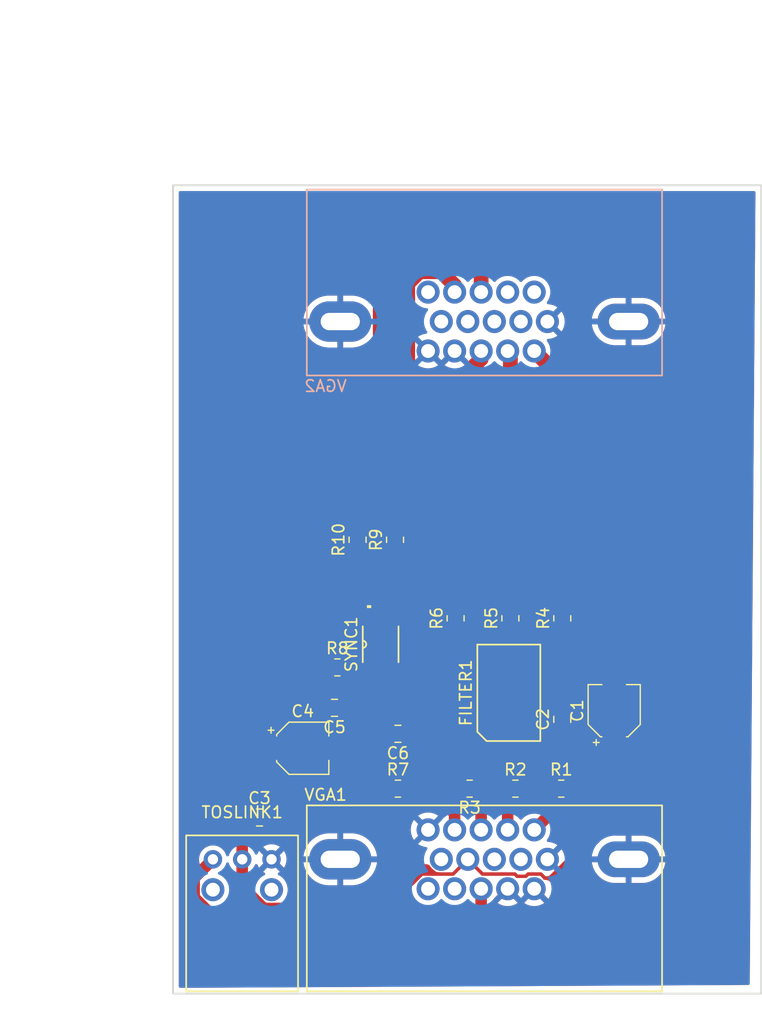
<source format=kicad_pcb>
(kicad_pcb (version 20240108) (generator "pcbnew") (generator_version "8.0")
  (layers (0 "F.Cu" signal) (31 "B.Cu" signal) (35 "F.Paste" user) (36 "B.SilkS" user "B.Silkscreen") (37 "F.SilkS" user "F.Silkscreen") (38 "B.Mask" user) (39 "F.Mask" user) (44 "Edge.Cuts" user))
  (net 0 "")
  (net 1 "GND")
  (net 2 "SPDIF")
  (net 3 "V_SYNC")
  (net 4 "H_SYNC")
  (net 5 "Net-(R4-Pad2)")
  (net 6 "Net-(R5-Pad2)")
  (net 7 "Net-(R6-Pad2)")
  (net 8 "+5V")
  (net 9 "SYNC")
  (net 10 "GREEN")
  (net 11 "BLUE")
  (net 12 "Net-(FILTER1-OUT3)")
  (net 13 "Net-(FILTER1-OUT1)")
  (net 14 "Net-(FILTER1-OUT2)")
  (net 15 "RED")
  (net 21 "Net-(SYNC1-VIN)")
  (net 22 "Net-(SYNC1-REXT)")
  (net 23 "SW1")
  (net 24 "Net-(SYNC1-HS_OUT)")
  (net 25 "Net-(SYNC1-VS_OUT)")
  (footprint "xosvp:LMH1980" (layer "F.Cu") (at 33 55.5 90)
    (property "Reference" "SYNC1" (hide yes))
    (property "Value" "LMH1980")
    (fp_line (start 1.5494 -1.5494) (end -1.5494 -1.5494) (stroke (width 0.1524)) (layer "F.SilkS"))
    (fp_line (start -1.5494 1.5494) (end 1.5494 1.5494) (stroke (width 0.1524)) (layer "F.SilkS"))
    (fp_arc (start 0.3048 -1.5494) (mid 0 -1.2446) (end -0.3048 -1.5494) (stroke (width 0.1524)) (layer "F.SilkS"))
    (fp_poly (pts (xy 3.3909 -1.190501) (xy 3.3909 -0.809501) (xy 3.1369 -0.809501) (xy 3.1369 -1.190501)) (fill solid) (layer "F.SilkS"))
    (fp_text user "SYNC1" (at 0 -2.54 90) (layer "F.SilkS"))
    (pad "1" smd rect (at -2.1971 -1.000001 90) (size 1.3716 0.3302) (layers "F.Cu" "F.Paste" "F.Mask") (net 22 "Net-(SYNC1-REXT)"))
    (pad "2" smd rect (at -2.1971 -0.499999 90) (size 1.3716 0.3302) (layers "F.Cu" "F.Paste" "F.Mask") (net 1 "GND"))
    (pad "3" smd rect (at -2.1971 0 90) (size 1.3716 0.3302) (layers "F.Cu" "F.Paste" "F.Mask") (net 8 "+5V"))
    (pad "4" smd rect (at -2.1971 0.499999 90) (size 1.3716 0.3302) (layers "F.Cu" "F.Paste" "F.Mask") (net 21 "Net-(SYNC1-VIN)"))
    (pad "5" smd rect (at -2.1971 1.000001 90) (size 1.3716 0.3302) (layers "F.Cu" "F.Paste" "F.Mask") (net 1 "GND"))
    (pad "6" smd rect (at 2.1971 1.000001 90) (size 1.3716 0.3302) (layers "F.Cu" "F.Paste" "F.Mask") (net 24 "Net-(SYNC1-HS_OUT)"))
    (pad "7" smd rect (at 2.1971 0.499999 90) (size 1.3716 0.3302) (layers "F.Cu" "F.Paste" "F.Mask") (net 25 "Net-(SYNC1-VS_OUT)"))
    (pad "8" smd rect (at 2.1971 0 90) (size 1.3716 0.3302) (layers "F.Cu" "F.Paste" "F.Mask") (net 1 "GND"))
    (pad "9" smd rect (at 2.1971 -0.499999 90) (size 1.3716 0.3302) (layers "F.Cu" "F.Paste" "F.Mask") (net 1 "GND"))
    (pad "10" smd rect (at 2.1971 -1.000001 90) (size 1.3716 0.3302) (layers "F.Cu" "F.Paste" "F.Mask") (net 1 "GND"))
  )
  (footprint "Resistor_SMD:R_0805_2012Metric" (layer "F.Cu") (at 34.250001 46.4471 90)
    (property "Reference" "R9" (at 0 -1.65 90) (layer "F.SilkS"))
    (property "Value" "100")
    (fp_line (start -0.227064 -0.735) (end 0.227064 -0.735) (stroke (width 0.12)) (layer "F.SilkS"))
    (fp_line (start -0.227064 0.735) (end 0.227064 0.735) (stroke (width 0.12)) (layer "F.SilkS"))
    (pad "1" smd roundrect (at -0.9125 0 90) (size 1.025 1.4) (layers "F.Cu" "F.Paste" "F.Mask") (roundrect_rratio 0.243902) (net 24 "Net-(SYNC1-HS_OUT)"))
    (pad "2" smd roundrect (at 0.9125 0 90) (size 1.025 1.4) (layers "F.Cu" "F.Paste" "F.Mask") (roundrect_rratio 0.243902) (net 4 "H_SYNC"))
  )
  (footprint "Capacitor_SMD:CP_Elec_4x5.8" (layer "F.Cu") (at 26.25 64.5)
    (property "Reference" "C4" (at 0 -3.2 0) (layer "F.SilkS"))
    (property "Value" "10uF")
    (fp_line (start -3 -1.56) (end -2.5 -1.56) (stroke (width 0.12)) (layer "F.SilkS"))
    (fp_line (start -2.75 -1.81) (end -2.75 -1.31) (stroke (width 0.12)) (layer "F.SilkS"))
    (fp_line (start -2.26 -1.195563) (end -2.26 -1.06) (stroke (width 0.12)) (layer "F.SilkS"))
    (fp_line (start -2.26 -1.195563) (end -1.195563 -2.26) (stroke (width 0.12)) (layer "F.SilkS"))
    (fp_line (start -2.26 1.195563) (end -2.26 1.06) (stroke (width 0.12)) (layer "F.SilkS"))
    (fp_line (start -2.26 1.195563) (end -1.195563 2.26) (stroke (width 0.12)) (layer "F.SilkS"))
    (fp_line (start -1.195563 -2.26) (end 2.26 -2.26) (stroke (width 0.12)) (layer "F.SilkS"))
    (fp_line (start -1.195563 2.26) (end 2.26 2.26) (stroke (width 0.12)) (layer "F.SilkS"))
    (fp_line (start 2.26 -2.26) (end 2.26 -1.06) (stroke (width 0.12)) (layer "F.SilkS"))
    (fp_line (start 2.26 2.26) (end 2.26 1.06) (stroke (width 0.12)) (layer "F.SilkS"))
    (pad "1" smd roundrect (at -1.8 0) (size 2.6 1.6) (layers "F.Cu" "F.Paste" "F.Mask") (roundrect_rratio 0.15625) (net 1 "GND"))
    (pad "2" smd roundrect (at 1.8 0) (size 2.6 1.6) (layers "F.Cu" "F.Paste" "F.Mask") (roundrect_rratio 0.15625) (net 8 "+5V"))
  )
  (footprint "xosvp:THS7316" (layer "F.Cu") (at 44.115 59.7 90)
    (property "Reference" "FILTER1" (at 0 -3.73 90) (layer "F.SilkS"))
    (property "Value" "THS7316")
    (fp_line (start 4.175 -2.73) (end 4.175 2.73) (stroke (width 0.15)) (layer "F.SilkS"))
    (fp_line (start -3.375 -2.73) (end 4.175 -2.73) (stroke (width 0.15)) (layer "F.SilkS"))
    (fp_line (start -4.175 -1.93) (end -3.375 -2.73) (stroke (width 0.15)) (layer "F.SilkS"))
    (fp_line (start 4.175 2.73) (end -4.175 2.73) (stroke (width 0.15)) (layer "F.SilkS"))
    (fp_line (start -4.175 2.73) (end -4.175 -1.93) (stroke (width 0.15)) (layer "F.SilkS"))
    (pad "1" smd rect (at -2.8 -1.905) (size 0.65 1.75) (layers "F.Cu" "F.Paste" "F.Mask") (net 11 "BLUE"))
    (pad "2" smd rect (at -2.8 -0.635) (size 0.65 1.75) (layers "F.Cu" "F.Paste" "F.Mask") (net 10 "GREEN"))
    (pad "3" smd rect (at -2.8 0.635) (size 0.65 1.75) (layers "F.Cu" "F.Paste" "F.Mask") (net 15 "RED"))
    (pad "4" smd rect (at -2.8 1.905) (size 0.65 1.75) (layers "F.Cu" "F.Paste" "F.Mask") (net 8 "+5V"))
    (pad "5" smd rect (at 2.8 1.905) (size 0.65 1.75) (layers "F.Cu" "F.Paste" "F.Mask") (net 1 "GND"))
    (pad "6" smd rect (at 2.8 0.635) (size 0.65 1.75) (layers "F.Cu" "F.Paste" "F.Mask") (net 13 "Net-(FILTER1-OUT1)"))
    (pad "7" smd rect (at 2.8 -0.635) (size 0.65 1.75) (layers "F.Cu" "F.Paste" "F.Mask") (net 14 "Net-(FILTER1-OUT2)"))
    (pad "8" smd rect (at 2.8 -1.905) (size 0.65 1.75) (layers "F.Cu" "F.Paste" "F.Mask") (net 12 "Net-(FILTER1-OUT3)"))
  )
  (footprint "Resistor_SMD:R_0805_2012Metric" (layer "F.Cu") (at 44.689375 68)
    (property "Reference" "R2" (at 0 -1.65 0) (layer "F.SilkS"))
    (property "Value" "R75")
    (fp_line (start -0.227064 -0.735) (end 0.227064 -0.735) (stroke (width 0.12)) (layer "F.SilkS"))
    (fp_line (start -0.227064 0.735) (end 0.227064 0.735) (stroke (width 0.12)) (layer "F.SilkS"))
    (pad "1" smd roundrect (at -0.9125 0) (size 1.025 1.4) (layers "F.Cu" "F.Paste" "F.Mask") (roundrect_rratio 0.243902) (net 10 "GREEN"))
    (pad "2" smd roundrect (at 0.9125 0) (size 1.025 1.4) (layers "F.Cu" "F.Paste" "F.Mask") (roundrect_rratio 0.243902) (net 1 "GND"))
  )
  (footprint "Capacitor_SMD:CP_Elec_4x5.8" (layer "F.Cu") (at 53.25 61.25 90)
    (property "Reference" "C1" (at 0 -3.2 90) (layer "F.SilkS"))
    (property "Value" "10uF")
    (fp_line (start 2.26 -2.26) (end 2.26 -1.06) (stroke (width 0.12)) (layer "F.SilkS"))
    (fp_line (start -1.195563 -2.26) (end 2.26 -2.26) (stroke (width 0.12)) (layer "F.SilkS"))
    (fp_line (start -2.75 -1.81) (end -2.75 -1.31) (stroke (width 0.12)) (layer "F.SilkS"))
    (fp_line (start -3 -1.56) (end -2.5 -1.56) (stroke (width 0.12)) (layer "F.SilkS"))
    (fp_line (start -2.26 -1.195563) (end -1.195563 -2.26) (stroke (width 0.12)) (layer "F.SilkS"))
    (fp_line (start -2.26 -1.195563) (end -2.26 -1.06) (stroke (width 0.12)) (layer "F.SilkS"))
    (fp_line (start -2.26 1.195563) (end -2.26 1.06) (stroke (width 0.12)) (layer "F.SilkS"))
    (fp_line (start -2.26 1.195563) (end -1.195563 2.26) (stroke (width 0.12)) (layer "F.SilkS"))
    (fp_line (start 2.26 2.26) (end 2.26 1.06) (stroke (width 0.12)) (layer "F.SilkS"))
    (fp_line (start -1.195563 2.26) (end 2.26 2.26) (stroke (width 0.12)) (layer "F.SilkS"))
    (pad "1" smd roundrect (at -1.8 0 90) (size 2.6 1.6) (layers "F.Cu" "F.Paste" "F.Mask") (roundrect_rratio 0.15625) (net 8 "+5V"))
    (pad "2" smd roundrect (at 1.8 0 90) (size 2.6 1.6) (layers "F.Cu" "F.Paste" "F.Mask") (roundrect_rratio 0.15625) (net 1 "GND"))
  )
  (footprint "Capacitor_SMD:C_0805_2012Metric" (layer "F.Cu") (at 34.5 63.25 180)
    (property "Reference" "C6" (at 0 -1.68 360) (layer "F.SilkS"))
    (property "Value" "0.1uF")
    (fp_line (start -0.261252 0.735) (end 0.261252 0.735) (stroke (width 0.12)) (layer "F.SilkS"))
    (fp_line (start -0.261252 -0.735) (end 0.261252 -0.735) (stroke (width 0.12)) (layer "F.SilkS"))
    (pad "1" smd roundrect (at -0.95 0 180) (size 1 1.45) (layers "F.Cu" "F.Paste" "F.Mask") (net 9 "SYNC"))
    (pad "2" smd roundrect (at 0.95 0 180) (size 1 1.45) (layers "F.Cu" "F.Paste" "F.Mask") (net 21 "Net-(SYNC1-VIN)"))
  )
  (footprint "Resistor_SMD:R_0805_2012Metric" (layer "F.Cu") (at 40.71625 68 180)
    (property "Reference" "R3" (at 0 -1.65 360) (layer "F.SilkS"))
    (property "Value" "R75")
    (fp_line (start -0.227064 0.735) (end 0.227064 0.735) (stroke (width 0.12)) (layer "F.SilkS"))
    (fp_line (start -0.227064 -0.735) (end 0.227064 -0.735) (stroke (width 0.12)) (layer "F.SilkS"))
    (pad "1" smd roundrect (at -0.9125 0 180) (size 1.025 1.4) (layers "F.Cu" "F.Paste" "F.Mask") (roundrect_rratio 0.243902) (net 11 "BLUE"))
    (pad "2" smd roundrect (at 0.9125 0 180) (size 1.025 1.4) (layers "F.Cu" "F.Paste" "F.Mask") (roundrect_rratio 0.243902) (net 1 "GND"))
  )
  (footprint "Resistor_SMD:R_0805_2012Metric" (layer "F.Cu") (at 34.5 68)
    (property "Reference" "R7" (at 0 -1.65 360) (layer "F.SilkS"))
    (property "Value" "R75")
    (fp_line (start -0.227064 -0.735) (end 0.227064 -0.735) (stroke (width 0.12)) (layer "F.SilkS"))
    (fp_line (start -0.227064 0.735) (end 0.227064 0.735) (stroke (width 0.12)) (layer "F.SilkS"))
    (pad "1" smd roundrect (at -0.9125 0) (size 1.025 1.4) (layers "F.Cu" "F.Paste" "F.Mask") (roundrect_rratio 0.243902) (net 1 "GND"))
    (pad "2" smd roundrect (at 0.9125 0) (size 1.025 1.4) (layers "F.Cu" "F.Paste" "F.Mask") (roundrect_rratio 0.243902) (net 9 "SYNC"))
  )
  (footprint "Resistor_SMD:R_0805_2012Metric" (layer "F.Cu") (at 39.5 53.25 90)
    (property "Reference" "R6" (at 0 -1.65 90) (layer "F.SilkS"))
    (property "Value" "R75")
    (fp_line (start -0.227064 -0.735) (end 0.227064 -0.735) (stroke (width 0.12)) (layer "F.SilkS"))
    (fp_line (start -0.227064 0.735) (end 0.227064 0.735) (stroke (width 0.12)) (layer "F.SilkS"))
    (pad "1" smd roundrect (at -0.9125 0 90) (size 1.025 1.4) (layers "F.Cu" "F.Paste" "F.Mask") (roundrect_rratio 0.243902) (net 12 "Net-(FILTER1-OUT3)"))
    (pad "2" smd roundrect (at 0.9125 0 90) (size 1.025 1.4) (layers "F.Cu" "F.Paste" "F.Mask") (roundrect_rratio 0.243902) (net 7 "Net-(R6-Pad2)"))
  )
  (footprint "Resistor_SMD:R_0805_2012Metric" (layer "F.Cu") (at 48.6625 68)
    (property "Reference" "R1" (at 0 -1.65 0) (layer "F.SilkS"))
    (property "Value" "R75")
    (fp_line (start -0.227064 -0.735) (end 0.227064 -0.735) (stroke (width 0.12)) (layer "F.SilkS"))
    (fp_line (start -0.227064 0.735) (end 0.227064 0.735) (stroke (width 0.12)) (layer "F.SilkS"))
    (pad "1" smd roundrect (at -0.9125 0) (size 1.025 1.4) (layers "F.Cu" "F.Paste" "F.Mask") (roundrect_rratio 0.243902) (net 15 "RED"))
    (pad "2" smd roundrect (at 0.9125 0) (size 1.025 1.4) (layers "F.Cu" "F.Paste" "F.Mask") (roundrect_rratio 0.243902) (net 1 "GND"))
  )
  (footprint "Resistor_SMD:R_0805_2012Metric" (layer "F.Cu") (at 31.000001 46.4471 90)
    (property "Reference" "R10" (at 0 -1.65 90) (layer "F.SilkS"))
    (property "Value" "100")
    (fp_line (start -0.227064 -0.735) (end 0.227064 -0.735) (stroke (width 0.12)) (layer "F.SilkS"))
    (fp_line (start -0.227064 0.735) (end 0.227064 0.735) (stroke (width 0.12)) (layer "F.SilkS"))
    (pad "1" smd roundrect (at -0.9125 0 90) (size 1.025 1.4) (layers "F.Cu" "F.Paste" "F.Mask") (roundrect_rratio 0.243902) (net 25 "Net-(SYNC1-VS_OUT)"))
    (pad "2" smd roundrect (at 0.9125 0 90) (size 1.025 1.4) (layers "F.Cu" "F.Paste" "F.Mask") (roundrect_rratio 0.243902) (net 3 "V_SYNC"))
  )
  (footprint "Capacitor_SMD:C_0805_2012Metric" (layer "F.Cu") (at 22.5 70.5)
    (property "Reference" "C3" (at 0 -1.68 0) (layer "F.SilkS"))
    (property "Value" "0.1uF")
    (fp_line (start -0.261252 -0.735) (end 0.261252 -0.735) (stroke (width 0.12)) (layer "F.SilkS"))
    (fp_line (start -0.261252 0.735) (end 0.261252 0.735) (stroke (width 0.12)) (layer "F.SilkS"))
    (pad "1" smd roundrect (at -0.95 0) (size 1 1.45) (layers "F.Cu" "F.Paste" "F.Mask") (net 8 "+5V"))
    (pad "2" smd roundrect (at 0.95 0) (size 1 1.45) (layers "F.Cu" "F.Paste" "F.Mask") (net 1 "GND"))
  )
  (footprint "xosvp:AHDF15A" (layer "F.Cu") (at 42 74.12)
    (property "Reference" "VGA1" (at -13.773 -5.588 0) (layer "F.SilkS"))
    (property "Value" "VGA Connector")
    (fp_line (start -15.4 -4.67) (end -15.4 11.43) (stroke (width 0.15)) (layer "F.SilkS"))
    (fp_line (start -15.4 -4.67) (end 15.4 -4.67) (stroke (width 0.15)) (layer "F.SilkS"))
    (fp_line (start -15.4 11.43) (end 15.4 11.43) (stroke (width 0.15)) (layer "F.SilkS"))
    (fp_line (start 15.4 -4.67) (end 15.4 11.43) (stroke (width 0.15)) (layer "F.SilkS"))
    (pad "0" thru_hole oval (at -12.5 0) (size 5.4 3.5) (drill oval 3.4 1.5) (layers "*.Cu" "*.Mask") (net 1 "GND"))
    (pad "0" thru_hole oval (at 12.5 0) (size 5.4 3.1) (drill oval 3.4 1.5) (layers "*.Cu" "*.Mask") (net 1 "GND"))
    (pad "1" thru_hole circle (at 4.315 -2.55) (size 2 2) (drill 1.2) (layers "*.Cu" "*.Mask") (net 15 "RED"))
    (pad "2" thru_hole circle (at 2.015 -2.55) (size 2 2) (drill 1.2) (layers "*.Cu" "*.Mask") (net 10 "GREEN"))
    (pad "3" thru_hole circle (at -0.285 -2.55) (size 2 2) (drill 1.2) (layers "*.Cu" "*.Mask") (net 11 "BLUE"))
    (pad "4" thru_hole circle (at -2.585 -2.55) (size 2 2) (drill 1.2) (layers "*.Cu" "*.Mask") (net 9 "SYNC"))
    (pad "5" thru_hole circle (at -4.885 -2.55) (size 2 2) (drill 1.2) (layers "*.Cu" "*.Mask") (net 1 "GND"))
    (pad "6" thru_hole circle (at 5.46 0) (size 2 2) (drill 1.2) (layers "*.Cu" "*.Mask") (net 1 "GND"))
    (pad "7" thru_hole circle (at 3.16 0) (size 2 2) (drill 1.2) (layers "*.Cu" "*.Mask") (net 1 "GND"))
    (pad "8" thru_hole circle (at 0.86 0) (size 2 2) (drill 1.2) (layers "*.Cu" "*.Mask") (net 1 "GND"))
    (pad "9" thru_hole circle (at -1.44 0) (size 2 2) (drill 1.2) (layers "*.Cu" "*.Mask") (net 8 "+5V"))
    (pad "10" thru_hole circle (at -3.74 0) (size 2 2) (drill 1.2) (layers "*.Cu" "*.Mask") (net 1 "GND"))
    (pad "11" thru_hole circle (at 4.315 2.55) (size 2 2) (drill 1.2) (layers "*.Cu" "*.Mask") (net 1 "GND"))
    (pad "12" thru_hole circle (at 2.015 2.55) (size 2 2) (drill 1.2) (layers "*.Cu" "*.Mask") (net 1 "GND"))
    (pad "13" thru_hole circle (at -0.285 2.55) (size 2 2) (drill 1.2) (layers "*.Cu" "*.Mask") (net 2 "SPDIF"))
    (pad "14" thru_hole circle (at -2.585 2.55) (size 2 2) (drill 1.2) (layers "*.Cu" "*.Mask") (net 23 "SW1"))
    (pad "15" thru_hole circle (at -4.885 2.55) (size 2 2) (drill 1.2) (layers "*.Cu" "*.Mask") (net 23 "SW1"))
  )
  (footprint "Resistor_SMD:R_0805_2012Metric" (layer "F.Cu") (at 29.25 57.5)
    (property "Reference" "R8" (at 0 -1.65 360) (layer "F.SilkS"))
    (property "Value" "10K")
    (fp_line (start -0.227064 -0.735) (end 0.227064 -0.735) (stroke (width 0.12)) (layer "F.SilkS"))
    (fp_line (start -0.227064 0.735) (end 0.227064 0.735) (stroke (width 0.12)) (layer "F.SilkS"))
    (pad "1" smd roundrect (at -0.9125 0) (size 1.025 1.4) (layers "F.Cu" "F.Paste" "F.Mask") (roundrect_rratio 0.243902) (net 1 "GND"))
    (pad "2" smd roundrect (at 0.9125 0) (size 1.025 1.4) (layers "F.Cu" "F.Paste" "F.Mask") (roundrect_rratio 0.243902) (net 22 "Net-(SYNC1-REXT)"))
  )
  (footprint "Resistor_SMD:R_0805_2012Metric" (layer "F.Cu") (at 44.25 53.25 90)
    (property "Reference" "R5" (at 0 -1.65 90) (layer "F.SilkS"))
    (property "Value" "R75")
    (fp_line (start -0.227064 -0.735) (end 0.227064 -0.735) (stroke (width 0.12)) (layer "F.SilkS"))
    (fp_line (start -0.227064 0.735) (end 0.227064 0.735) (stroke (width 0.12)) (layer "F.SilkS"))
    (pad "1" smd roundrect (at -0.9125 0 90) (size 1.025 1.4) (layers "F.Cu" "F.Paste" "F.Mask") (roundrect_rratio 0.243902) (net 14 "Net-(FILTER1-OUT2)"))
    (pad "2" smd roundrect (at 0.9125 0 90) (size 1.025 1.4) (layers "F.Cu" "F.Paste" "F.Mask") (roundrect_rratio 0.243902) (net 6 "Net-(R5-Pad2)"))
  )
  (footprint "xosvp:PLT133" (layer "F.Cu") (at 21 78.8 180)
    (property "Reference" "TOSLINK1" (at 0 8.75 360) (layer "F.SilkS"))
    (property "Value" "PLT133/T10W")
    (fp_line (start 4.86 6.75) (end -4.84 6.75) (stroke (width 0.15)) (layer "F.SilkS"))
    (fp_line (start 4.86 -6.75) (end 4.86 6.75) (stroke (width 0.15)) (layer "F.SilkS"))
    (fp_line (start -4.84 6.75) (end -4.84 -6.75) (stroke (width 0.15)) (layer "F.SilkS"))
    (fp_line (start -4.84 -6.75) (end 4.86 -6.75) (stroke (width 0.15)) (layer "F.SilkS"))
    (pad "1" thru_hole circle (at -2.54 4.68 180) (size 1.6 1.6) (drill 0.9) (layers "*.Cu" "*.Mask") (net 1 "GND"))
    (pad "2" thru_hole circle (at 0 4.68 180) (size 1.6 1.6) (drill 0.9) (layers "*.Cu" "*.Mask") (net 8 "+5V"))
    (pad "3" thru_hole circle (at 2.54 4.68 180) (size 1.6 1.6) (drill 0.9) (layers "*.Cu" "*.Mask") (net 2 "SPDIF"))
    (pad "4" thru_hole circle (at -2.54 2.05 180) (size 2 2) (drill 1.2) (layers "*.Cu" "*.Mask"))
    (pad "5" thru_hole circle (at 2.54 2.05 180) (size 2 2) (drill 1.2) (layers "*.Cu" "*.Mask"))
  )
  (footprint "Capacitor_SMD:C_0805_2012Metric" (layer "F.Cu") (at 29 61 180)
    (property "Reference" "C5" (at 0 -1.68 360) (layer "F.SilkS"))
    (property "Value" "0.1uF")
    (fp_line (start -0.261252 0.735) (end 0.261252 0.735) (stroke (width 0.12)) (layer "F.SilkS"))
    (fp_line (start -0.261252 -0.735) (end 0.261252 -0.735) (stroke (width 0.12)) (layer "F.SilkS"))
    (pad "1" smd roundrect (at -0.95 0 180) (size 1 1.45) (layers "F.Cu" "F.Paste" "F.Mask") (net 8 "+5V"))
    (pad "2" smd roundrect (at 0.95 0 180) (size 1 1.45) (layers "F.Cu" "F.Paste" "F.Mask") (net 1 "GND"))
  )
  (footprint "Resistor_SMD:R_0805_2012Metric" (layer "F.Cu") (at 48.75 53.25 90)
    (property "Reference" "R4" (at 0 -1.65 90) (layer "F.SilkS"))
    (property "Value" "R75")
    (fp_line (start -0.227064 -0.735) (end 0.227064 -0.735) (stroke (width 0.12)) (layer "F.SilkS"))
    (fp_line (start -0.227064 0.735) (end 0.227064 0.735) (stroke (width 0.12)) (layer "F.SilkS"))
    (pad "1" smd roundrect (at -0.9125 0 90) (size 1.025 1.4) (layers "F.Cu" "F.Paste" "F.Mask") (roundrect_rratio 0.243902) (net 13 "Net-(FILTER1-OUT1)"))
    (pad "2" smd roundrect (at 0.9125 0 90) (size 1.025 1.4) (layers "F.Cu" "F.Paste" "F.Mask") (roundrect_rratio 0.243902) (net 5 "Net-(R4-Pad2)"))
  )
  (footprint "Capacitor_SMD:C_0805_2012Metric" (layer "F.Cu") (at 48.75 62 90)
    (property "Reference" "C2" (at 0 -1.68 90) (layer "F.SilkS"))
    (property "Value" "0.1uF")
    (fp_line (start -0.261252 -0.735) (end 0.261252 -0.735) (stroke (width 0.12)) (layer "F.SilkS"))
    (fp_line (start -0.261252 0.735) (end 0.261252 0.735) (stroke (width 0.12)) (layer "F.SilkS"))
    (pad "1" smd roundrect (at -0.95 0 90) (size 1 1.45) (layers "F.Cu" "F.Paste" "F.Mask") (net 8 "+5V"))
    (pad "2" smd roundrect (at 0.95 0 90) (size 1 1.45) (layers "F.Cu" "F.Paste" "F.Mask") (net 1 "GND"))
  )
  (footprint "xosvp:AHDF15A" (layer "B.Cu") (at 42 27.55)
    (property "Reference" "VGA2" (at -13.773 5.588 0) (layer "B.SilkS") (effects (justify mirror)))
    (property "Value" "DB15_Female_HighDensity_MountingHoles")
    (fp_line (start -15.4 -11.43) (end -15.4 4.67) (stroke (width 0.15)) (layer "B.SilkS"))
    (fp_line (start 15.4 -11.43) (end -15.4 -11.43) (stroke (width 0.15)) (layer "B.SilkS"))
    (fp_line (start 15.4 -11.43) (end 15.4 4.67) (stroke (width 0.15)) (layer "B.SilkS"))
    (fp_line (start 15.4 4.67) (end -15.4 4.67) (stroke (width 0.15)) (layer "B.SilkS"))
    (pad "0" thru_hole oval (at -12.5 0) (size 5.4 3.5) (drill oval 3.4 1.5) (layers "*.Cu" "*.Mask") (net 1 "GND"))
    (pad "0" thru_hole oval (at 12.5 0) (size 5.4 3.1) (drill oval 3.4 1.5) (layers "*.Cu" "*.Mask") (net 1 "GND"))
    (pad "1" thru_hole circle (at 4.315 2.55) (size 2 2) (drill 1.2) (layers "*.Cu" "*.Mask") (net 5 "Net-(R4-Pad2)"))
    (pad "2" thru_hole circle (at 2.015 2.55) (size 2 2) (drill 1.2) (layers "*.Cu" "*.Mask") (net 6 "Net-(R5-Pad2)"))
    (pad "3" thru_hole circle (at -0.285 2.55) (size 2 2) (drill 1.2) (layers "*.Cu" "*.Mask") (net 7 "Net-(R6-Pad2)"))
    (pad "4" thru_hole circle (at -2.585 2.55) (size 2 2) (drill 1.2) (layers "*.Cu" "*.Mask") (net 1 "GND"))
    (pad "5" thru_hole circle (at -4.885 2.55) (size 2 2) (drill 1.2) (layers "*.Cu" "*.Mask") (net 1 "GND"))
    (pad "6" thru_hole circle (at 5.46 0) (size 2 2) (drill 1.2) (layers "*.Cu" "*.Mask") (net 1 "GND"))
    (pad "7" thru_hole circle (at 3.16 0) (size 2 2) (drill 1.2) (layers "*.Cu" "*.Mask") (net 1 "GND"))
    (pad "8" thru_hole circle (at 0.86 0) (size 2 2) (drill 1.2) (layers "*.Cu" "*.Mask") (net 1 "GND"))
    (pad "9" thru_hole circle (at -1.44 0) (size 2 2) (drill 1.2) (layers "*.Cu" "*.Mask") (net 1 "GND"))
    (pad "10" thru_hole circle (at -3.74 0) (size 2 2) (drill 1.2) (layers "*.Cu" "*.Mask") (net 1 "GND"))
    (pad "11" thru_hole circle (at 4.315 -2.55) (size 2 2) (drill 1.2) (layers "*.Cu" "*.Mask"))
    (pad "12" thru_hole circle (at 2.015 -2.55) (size 2 2) (drill 1.2) (layers "*.Cu" "*.Mask"))
    (pad "13" thru_hole circle (at -0.285 -2.55) (size 2 2) (drill 1.2) (layers "*.Cu" "*.Mask") (net 3 "V_SYNC"))
    (pad "14" thru_hole circle (at -2.585 -2.55) (size 2 2) (drill 1.2) (layers "*.Cu" "*.Mask") (net 4 "H_SYNC"))
    (pad "15" thru_hole circle (at -4.885 -2.55) (size 2 2) (drill 1.2) (layers "*.Cu" "*.Mask"))
  )
  (gr_rect (start 15 15.75) (end 66 85.75) (stroke (width 0.15)) (fill none) (layer "Edge.Cuts"))
  (segment (start 18.46 74.12) (end 16.833 75.747) (width 1) (layer "F.Cu") (net 2))
  (segment (start 41.715 79.285) (end 41.715 76.67) (width 1) (layer "F.Cu") (net 2))
  (segment (start 16.833 75.747) (end 16.833 77.423926) (width 1) (layer "F.Cu") (net 2))
  (segment (start 20.159074 80.75) (end 40.25 80.75) (width 1) (layer "F.Cu") (net 2))
  (segment (start 40.25 80.75) (end 41.715 79.285) (width 1) (layer "F.Cu") (net 2))
  (segment (start 16.833 77.423926) (end 20.159074 80.75) (width 1) (layer "F.Cu") (net 2))
  (segment (start 31.000001 45.5346) (end 31.000001 34.999999) (width 1.28) (layer "F.Cu") (net 3))
  (segment (start 32.967 33.033) (end 32.967 23.283) (width 1.28) (layer "F.Cu") (net 3))
  (segment (start 39.75 21.5) (end 41.715 23.465) (width 1.28) (layer "F.Cu") (net 3))
  (segment (start 32.967 23.283) (end 34.75 21.5) (width 1.28) (layer "F.Cu") (net 3))
  (segment (start 41.715 23.465) (end 41.715 25) (width 1.28) (layer "F.Cu") (net 3))
  (segment (start 31.000001 34.999999) (end 32.967 33.033) (width 1.28) (layer "F.Cu") (net 3))
  (segment (start 34.75 21.5) (end 39.75 21.5) (width 1.28) (layer "F.Cu") (net 3))
  (segment (start 34.048 40.142) (end 34.048 39.932) (width 1.28) (layer "F.Cu") (net 4))
  (segment (start 38.233 23.233) (end 39.415 24.415) (width 1.28) (layer "F.Cu") (net 4))
  (segment (start 34.688 39.292) (end 35.348 39.292) (width 1.28) (layer "F.Cu") (net 4))
  (segment (start 35.348 35.914295) (end 35.348 24.268084) (width 1.28) (layer "F.Cu") (net 4))
  (segment (start 34.708 42.272) (end 35.348 42.272) (width 1.28) (layer "F.Cu") (net 4))
  (segment (start 34.250001 45.499999) (end 35.348 44.402) (width 1.28) (layer "F.Cu") (net 4))
  (segment (start 35.348 39.292) (end 35.988 39.292) (width 1.28) (layer "F.Cu") (net 4))
  (segment (start 35.988 39.292) (end 36.008 39.292) (width 1.28) (layer "F.Cu") (net 4))
  (segment (start 39.415 24.415) (end 39.415 25) (width 1.28) (layer "F.Cu") (net 4))
  (segment (start 35.348 37.162) (end 35.348 36.952) (width 1.28) (layer "F.Cu") (net 4))
  (segment (start 34.250001 45.5346) (end 34.250001 45.499999) (width 1.28) (layer "F.Cu") (net 4))
  (segment (start 35.348 36.952) (end 35.348 35.914295) (width 1.28) (layer "F.Cu") (net 4))
  (segment (start 36.383084 23.233) (end 38.233 23.233) (width 1.28) (layer "F.Cu") (net 4))
  (segment (start 34.688 42.272) (end 34.708 42.272) (width 1.28) (layer "F.Cu") (net 4))
  (segment (start 35.348 24.268084) (end 36.383084 23.233) (width 1.28) (layer "F.Cu") (net 4))
  (segment (start 36.648 41.632) (end 36.648 41.422) (width 1.28) (layer "F.Cu") (net 4))
  (segment (start 36.008 40.782) (end 35.348 40.782) (width 1.28) (layer "F.Cu") (net 4))
  (segment (start 36.648 38.652) (end 36.648 38.442) (width 1.28) (layer "F.Cu") (net 4))
  (segment (start 34.708 43.762) (end 34.688 43.762) (width 1.28) (layer "F.Cu") (net 4))
  (segment (start 36.008 37.802) (end 35.988 37.802) (width 1.28) (layer "F.Cu") (net 4))
  (segment (start 35.348 40.782) (end 34.688 40.782) (width 1.28) (layer "F.Cu") (net 4))
  (segment (start 34.048 43.122) (end 34.048 42.912) (width 1.28) (layer "F.Cu") (net 4))
  (segment (start 35.348 42.272) (end 36.008 42.272) (width 1.28) (layer "F.Cu") (net 4))
  (arc (start 36.008 42.272) (mid 36.460548 42.084548) (end 36.648 41.632) (width 1.28) (layer "F.Cu") (net 4))
  (arc (start 36.648 41.422) (mid 36.460548 40.969452) (end 36.008 40.782) (width 1.28) (layer "F.Cu") (net 4))
  (arc (start 35.988 37.802) (mid 35.535452 37.614548) (end 35.348 37.162) (width 1.28) (layer "F.Cu") (net 4))
  (arc (start 36.008 39.292) (mid 36.460548 39.104548) (end 36.648 38.652) (width 1.28) (layer "F.Cu") (net 4))
  (arc (start 36.648 38.442) (mid 36.460548 37.989452) (end 36.008 37.802) (width 1.28) (layer "F.Cu") (net 4))
  (arc (start 34.688 40.782) (mid 34.235452 40.594548) (end 34.048 40.142) (width 1.28) (layer "F.Cu") (net 4))
  (arc (start 34.048 39.932) (mid 34.235452 39.479452) (end 34.688 39.292) (width 1.28) (layer "F.Cu") (net 4))
  (arc (start 35.348 44.402) (mid 35.160548 43.949452) (end 34.708 43.762) (width 1.28) (layer "F.Cu") (net 4))
  (arc (start 34.048 42.912) (mid 34.235452 42.459452) (end 34.688 42.272) (width 1.28) (layer "F.Cu") (net 4))
  (arc (start 34.688 43.762) (mid 34.235452 43.574548) (end 34.048 43.122) (width 1.28) (layer "F.Cu") (net 4))
  (segment (start 49.395 47.503437) (end 48.75 47.503437) (width 1.28) (layer "F.Cu") (net 5))
  (segment (start 48.75 42.463437) (end 49.395 42.463437) (width 1.28) (layer "F.Cu") (net 5))
  (segment (start 48.105 45.823437) (end 48.75 45.823437) (width 1.28) (layer "F.Cu") (net 5))
  (segment (start 48.75 47.503437) (end 48.105 47.503437) (width 1.28) (layer "F.Cu") (net 5))
  (segment (start 48.75 39.748437) (end 48.75 38.480041) (width 1.28) (layer "F.Cu") (net 5))
  (segment (start 49.395 44.143437) (end 48.75 44.143437) (width 1.28) (layer "F.Cu") (net 5))
  (segment (start 48.75 49.183437) (end 49.395 49.183437) (width 1.28) (layer "F.Cu") (net 5))
  (segment (start 48.105 42.463437) (end 48.75 42.463437) (width 1.28) (layer "F.Cu") (net 5))
  (segment (start 50.04 48.538437) (end 50.04 48.148437) (width 1.28) (layer "F.Cu") (net 5))
  (segment (start 47.46 46.858437) (end 47.46 46.468437) (width 1.28) (layer "F.Cu") (net 5))
  (segment (start 47.46 50.218437) (end 47.46 49.828437) (width 1.28) (layer "F.Cu") (net 5))
  (segment (start 47.46 43.498437) (end 47.46 43.108437) (width 1.28) (layer "F.Cu") (net 5))
  (segment (start 48.75 32.535) (end 46.315 30.1) (width 1.28) (layer "F.Cu") (net 5))
  (segment (start 48.105 49.183437) (end 48.75 49.183437) (width 1.28) (layer "F.Cu") (net 5))
  (segment (start 50.04 45.178437) (end 50.04 44.788437) (width 1.28) (layer "F.Cu") (net 5))
  (segment (start 48.75 40.138437) (end 48.75 39.748437) (width 1.28) (layer "F.Cu") (net 5))
  (segment (start 48.75 44.143437) (end 48.105 44.143437) (width 1.28) (layer "F.Cu") (net 5))
  (segment (start 50.04 41.818437) (end 50.04 41.428437) (width 1.28) (layer "F.Cu") (net 5))
  (segment (start 48.75 38.480041) (end 48.75 32.535) (width 1.28) (layer "F.Cu") (net 5))
  (segment (start 48.75 45.823437) (end 49.395 45.823437) (width 1.28) (layer "F.Cu") (net 5))
  (segment (start 48.75 52.3375) (end 48.75 51.508437) (width 1.28) (layer "F.Cu") (net 5))
  (arc (start 50.04 41.428437) (mid 49.851084 40.972353) (end 49.395 40.783437) (width 1.28) (layer "F.Cu") (net 5))
  (arc (start 49.395 45.823437) (mid 49.851084 45.634521) (end 50.04 45.178437) (width 1.28) (layer "F.Cu") (net 5))
  (arc (start 48.105 47.503437) (mid 47.648916 47.314521) (end 47.46 46.858437) (width 1.28) (layer "F.Cu") (net 5))
  (arc (start 48.75 51.508437) (mid 48.561084 51.052353) (end 48.105 50.863437) (width 1.28) (layer "F.Cu") (net 5))
  (arc (start 49.395 49.183437) (mid 49.851084 48.994521) (end 50.04 48.538437) (width 1.28) (layer "F.Cu") (net 5))
  (arc (start 50.04 48.148437) (mid 49.851084 47.692353) (end 49.395 47.503437) (width 1.28) (layer "F.Cu") (net 5))
  (arc (start 47.46 46.468437) (mid 47.648916 46.012353) (end 48.105 45.823437) (width 1.28) (layer "F.Cu") (net 5))
  (arc (start 47.46 43.108437) (mid 47.648916 42.652353) (end 48.105 42.463437) (width 1.28) (layer "F.Cu") (net 5))
  (arc (start 50.04 44.788437) (mid 49.851084 44.332353) (end 49.395 44.143437) (width 1.28) (layer "F.Cu") (net 5))
  (arc (start 49.395 42.463437) (mid 49.851084 42.274521) (end 50.04 41.818437) (width 1.28) (layer "F.Cu") (net 5))
  (arc (start 48.105 50.863437) (mid 47.648916 50.674521) (end 47.46 50.218437) (width 1.28) (layer "F.Cu") (net 5))
  (arc (start 47.46 49.828437) (mid 47.648916 49.372353) (end 48.105 49.183437) (width 1.28) (layer "F.Cu") (net 5))
  (arc (start 49.395 40.783437) (mid 48.938916 40.594521) (end 48.75 40.138437) (width 1.28) (layer "F.Cu") (net 5))
  (arc (start 48.105 44.143437) (mid 47.648916 43.954521) (end 47.46 43.498437) (width 1.28) (layer "F.Cu") (net 5))
  (segment (start 42.84 50.34) (end 42.84 49.91) (width 1.28) (layer "F.Cu") (net 6))
  (segment (start 42.84 42.98) (end 42.84 42.55) (width 1.28) (layer "F.Cu") (net 6))
  (segment (start 44.25 41.845) (end 44.955 41.845) (width 1.28) (layer "F.Cu") (net 6))
  (segment (start 44.25 37.084142) (end 44.25 30.335) (width 1.28) (layer "F.Cu") (net 6))
  (segment (start 45.66 44.82) (end 45.66 44.39) (width 1.28) (layer "F.Cu") (net 6))
  (segment (start 44.955 47.365) (end 44.25 47.365) (width 1.28) (layer "F.Cu") (net 6))
  (segment (start 42.84 46.66) (end 42.84 46.23) (width 1.28) (layer "F.Cu") (net 6))
  (segment (start 44.25 30.335) (end 44.015 30.1) (width 1.28) (layer "F.Cu") (net 6))
  (segment (start 44.25 47.365) (end 43.545 47.365) (width 1.28) (layer "F.Cu") (net 6))
  (segment (start 44.25 39.3) (end 44.25 38.87) (width 1.28) (layer "F.Cu") (net 6))
  (segment (start 45.66 41.14) (end 45.66 40.71) (width 1.28) (layer "F.Cu") (net 6))
  (segment (start 44.25 49.205) (end 44.955 49.205) (width 1.28) (layer "F.Cu") (net 6))
  (segment (start 44.25 43.685) (end 43.545 43.685) (width 1.28) (layer "F.Cu") (net 6))
  (segment (start 44.25 52.3375) (end 44.25 51.75) (width 1.28) (layer "F.Cu") (net 6))
  (segment (start 43.545 49.205) (end 44.25 49.205) (width 1.28) (layer "F.Cu") (net 6))
  (segment (start 44.25 38.87) (end 44.25 37.084142) (width 1.28) (layer "F.Cu") (net 6))
  (segment (start 45.66 48.5) (end 45.66 48.07) (width 1.28) (layer "F.Cu") (net 6))
  (segment (start 43.545 41.845) (end 44.25 41.845) (width 1.28) (layer "F.Cu") (net 6))
  (segment (start 44.25 45.525) (end 44.955 45.525) (width 1.28) (layer "F.Cu") (net 6))
  (segment (start 43.545 45.525) (end 44.25 45.525) (width 1.28) (layer "F.Cu") (net 6))
  (segment (start 44.955 43.685) (end 44.25 43.685) (width 1.28) (layer "F.Cu") (net 6))
  (arc (start 42.84 49.91) (mid 43.04649 49.41149) (end 43.545 49.205) (width 1.28) (layer "F.Cu") (net 6))
  (arc (start 44.955 41.845) (mid 45.45351 41.63851) (end 45.66 41.14) (width 1.28) (layer "F.Cu") (net 6))
  (arc (start 44.955 45.525) (mid 45.45351 45.31851) (end 45.66 44.82) (width 1.28) (layer "F.Cu") (net 6))
  (arc (start 45.66 44.39) (mid 45.45351 43.89149) (end 44.955 43.685) (width 1.28) (layer "F.Cu") (net 6))
  (arc (start 42.84 46.23) (mid 43.04649 45.73149) (end 43.545 45.525) (width 1.28) (layer "F.Cu") (net 6))
  (arc (start 43.545 47.365) (mid 43.04649 47.15851) (end 42.84 46.66) (width 1.28) (layer "F.Cu") (net 6))
  (arc (start 42.84 42.55) (mid 43.04649 42.05149) (end 43.545 41.845) (width 1.28) (layer "F.Cu") (net 6))
  (arc (start 44.25 51.75) (mid 44.04351 51.25149) (end 43.545 51.045) (width 1.28) (layer "F.Cu") (net 6))
  (arc (start 43.545 51.045) (mid 43.04649 50.83851) (end 42.84 50.34) (width 1.28) (layer "F.Cu") (net 6))
  (arc (start 43.545 43.685) (mid 43.04649 43.47851) (end 42.84 42.98) (width 1.28) (layer "F.Cu") (net 6))
  (arc (start 44.955 49.205) (mid 45.45351 48.99851) (end 45.66 48.5) (width 1.28) (layer "F.Cu") (net 6))
  (arc (start 44.955 40.005) (mid 44.45649 39.79851) (end 44.25 39.3) (width 1.28) (layer "F.Cu") (net 6))
  (arc (start 45.66 40.71) (mid 45.45351 40.21149) (end 44.955 40.005) (width 1.28) (layer "F.Cu") (net 6))
  (arc (start 45.66 48.07) (mid 45.45351 47.57149) (end 44.955 47.365) (width 1.28) (layer "F.Cu") (net 6))
  (segment (start 40.87 49.248298) (end 40.87 48.708298) (width 1.28) (layer "F.Cu") (net 7))
  (segment (start 38.815 42.293298) (end 39.5 42.293298) (width 1.28) (layer "F.Cu") (net 7))
  (segment (start 40.87 41.608298) (end 40.87 41.068298) (width 1.28) (layer "F.Cu") (net 7))
  (segment (start 39.5 35.878298) (end 39.5 35.338298) (width 1.28) (layer "F.Cu") (net 7))
  (segment (start 40.87 45.428298) (end 40.87 44.888298) (width 1.28) (layer "F.Cu") (net 7))
  (segment (start 39.5 35.338298) (end 39.5 34.353034) (width 1.28) (layer "F.Cu") (net 7))
  (segment (start 39.5 42.293298) (end 40.185 42.293298) (width 1.28) (layer "F.Cu") (net 7))
  (segment (start 40.87 37.788298) (end 40.87 37.248298) (width 1.28) (layer "F.Cu") (net 7))
  (segment (start 40.185 48.023298) (end 39.5 48.023298) (width 1.28) (layer "F.Cu") (net 7))
  (segment (start 38.13 43.518298) (end 38.13 42.978298) (width 1.28) (layer "F.Cu") (net 7))
  (segment (start 39.5 48.023298) (end 38.815 48.023298) (width 1.28) (layer "F.Cu") (net 7))
  (segment (start 39.5 52.3375) (end 39.5 50.618298) (width 1.28) (layer "F.Cu") (net 7))
  (segment (start 38.815 46.113298) (end 39.5 46.113298) (width 1.28) (layer "F.Cu") (net 7))
  (segment (start 39.5 33) (end 41.715 30.785) (width 1.28) (layer "F.Cu") (net 7))
  (segment (start 39.5 34.353034) (end 39.5 33) (width 1.28) (layer "F.Cu") (net 7))
  (segment (start 41.715 30.785) (end 41.715 30.1) (width 1.28) (layer "F.Cu") (net 7))
  (segment (start 40.185 44.203298) (end 39.5 44.203298) (width 1.28) (layer "F.Cu") (net 7))
  (segment (start 38.13 47.338298) (end 38.13 46.798298) (width 1.28) (layer "F.Cu") (net 7))
  (segment (start 39.5 39.698298) (end 39.5 39.158298) (width 1.28) (layer "F.Cu") (net 7))
  (segment (start 39.5 46.113298) (end 40.185 46.113298) (width 1.28) (layer "F.Cu") (net 7))
  (segment (start 39.5 44.203298) (end 38.815 44.203298) (width 1.28) (layer "F.Cu") (net 7))
  (arc (start 38.13 46.798298) (mid 38.330632 46.31393) (end 38.815 46.113298) (width 1.28) (layer "F.Cu") (net 7))
  (arc (start 40.185 40.383298) (mid 39.700632 40.182666) (end 39.5 39.698298) (width 1.28) (layer "F.Cu") (net 7))
  (arc (start 40.185 46.113298) (mid 40.669368 45.912666) (end 40.87 45.428298) (width 1.28) (layer "F.Cu") (net 7))
  (arc (start 40.87 37.248298) (mid 40.669368 36.76393) (end 40.185 36.563298) (width 1.28) (layer "F.Cu") (net 7))
  (arc (start 40.185 36.563298) (mid 39.700632 36.362666) (end 39.5 35.878298) (width 1.28) (layer "F.Cu") (net 7))
  (arc (start 38.815 44.203298) (mid 38.330632 44.002666) (end 38.13 43.518298) (width 1.28) (layer "F.Cu") (net 7))
  (arc (start 39.5 39.158298) (mid 39.700632 38.67393) (end 40.185 38.473298) (width 1.28) (layer "F.Cu") (net 7))
  (arc (start 40.87 44.888298) (mid 40.669368 44.40393) (end 40.185 44.203298) (width 1.28) (layer "F.Cu") (net 7))
  (arc (start 40.87 48.708298) (mid 40.669368 48.22393) (end 40.185 48.023298) (width 1.28) (layer "F.Cu") (net 7))
  (arc (start 40.185 42.293298) (mid 40.669368 42.092666) (end 40.87 41.608298) (width 1.28) (layer "F.Cu") (net 7))
  (arc (start 40.87 41.068298) (mid 40.669368 40.58393) (end 40.185 40.383298) (width 1.28) (layer "F.Cu") (net 7))
  (arc (start 38.815 48.023298) (mid 38.330632 47.822666) (end 38.13 47.338298) (width 1.28) (layer "F.Cu") (net 7))
  (arc (start 38.13 42.978298) (mid 38.330632 42.49393) (end 38.815 42.293298) (width 1.28) (layer "F.Cu") (net 7))
  (arc (start 39.5 50.618298) (mid 39.700632 50.13393) (end 40.185 49.933298) (width 1.28) (layer "F.Cu") (net 7))
  (arc (start 40.185 38.473298) (mid 40.669368 38.272666) (end 40.87 37.788298) (width 1.28) (layer "F.Cu") (net 7))
  (arc (start 40.185 49.933298) (mid 40.669368 49.732666) (end 40.87 49.248298) (width 1.28) (layer "F.Cu") (net 7))
  (segment (start 48.3 62.5) (end 48.75 62.95) (width 1) (layer "F.Cu") (net 8))
  (segment (start 21 74.12) (end 21 76.510926) (width 1) (layer "F.Cu") (net 8))
  (segment (start 40.56 74.12) (end 41.837 75.397) (width 0.3) (layer "F.Cu") (net 8))
  (segment (start 43.482049 75.397) (end 43.486049 75.393) (width 0.3) (layer "F.Cu") (net 8))
  (segment (start 33.107074 78.377) (end 36.441074 75.043) (width 1) (layer "F.Cu") (net 8))
  (segment (start 44.839524 75.589524) (end 45.589525 75.589524) (width 0.3) (layer "F.Cu") (net 8))
  (segment (start 41.837 75.397) (end 43.482049 75.397) (width 0.3) (layer "F.Cu") (net 8))
  (segment (start 36.441074 75.043) (end 36.882074 75.043) (width 1) (layer "F.Cu") (net 8))
  (segment (start 33 57.6971) (end 33 58.6829) (width 0.3) (layer "F.Cu") (net 8))
  (segment (start 45.786049 75.393) (end 46.893 75.393) (width 0.3) (layer "F.Cu") (net 8))
  (segment (start 53.25 63.05) (end 53.25 70.630926) (width 1) (layer "F.Cu") (net 8))
  (segment (start 44.643 75.393) (end 44.839524 75.589524) (width 0.3) (layer "F.Cu") (net 8))
  (segment (start 47.25 75.75) (end 48.130926 75.75) (width 0.3) (layer "F.Cu") (net 8))
  (segment (start 25.823 65.927) (end 21.55 70.2) (width 1) (layer "F.Cu") (net 8))
  (segment (start 40.56 74.12) (end 39.283 75.397) (width 0.3) (layer "F.Cu") (net 8))
  (segment (start 21.55 70.2) (end 21.55 70.5) (width 1) (layer "F.Cu") (net 8))
  (segment (start 30.6829 61) (end 29.95 61) (width 0.3) (layer "F.Cu") (net 8))
  (segment (start 46.02 62.5) (end 48.3 62.5) (width 1) (layer "F.Cu") (net 8))
  (segment (start 48.75 62.95) (end 53.15 62.95) (width 1) (layer "F.Cu") (net 8))
  (segment (start 21 71.05) (end 21.55 70.5) (width 1) (layer "F.Cu") (net 8))
  (segment (start 39.283 75.397) (end 37.236074 75.397) (width 0.3) (layer "F.Cu") (net 8))
  (segment (start 21 76.510926) (end 22.866074 78.377) (width 1) (layer "F.Cu") (net 8))
  (segment (start 28.05 64.5) (end 26.623 65.927) (width 1) (layer "F.Cu") (net 8))
  (segment (start 53.15 62.95) (end 53.25 63.05) (width 1) (layer "F.Cu") (net 8))
  (segment (start 29.95 62.6) (end 29.95 61) (width 1) (layer "F.Cu") (net 8))
  (segment (start 46.893 75.393) (end 47.25 75.75) (width 0.3) (layer "F.Cu") (net 8))
  (segment (start 22.866074 78.377) (end 33.107074 78.377) (width 1) (layer "F.Cu") (net 8))
  (segment (start 53.25 70.630926) (end 48.130926 75.75) (width 1) (layer "F.Cu") (net 8))
  (segment (start 43.486049 75.393) (end 44.643 75.393) (width 0.3) (layer "F.Cu") (net 8))
  (segment (start 45.589525 75.589524) (end 45.786049 75.393) (width 0.3) (layer "F.Cu") (net 8))
  (segment (start 26.623 65.927) (end 25.823 65.927) (width 1) (layer "F.Cu") (net 8))
  (segment (start 28.05 64.5) (end 29.95 62.6) (width 1) (layer "F.Cu") (net 8))
  (segment (start 33 58.6829) (end 30.6829 61) (width 0.3) (layer "F.Cu") (net 8))
  (segment (start 21 74.12) (end 21 71.05) (width 1) (layer "F.Cu") (net 8))
  (segment (start 35.845 68) (end 35.4125 68) (width 0.25) (layer "F.Cu") (net 9))
  (segment (start 39.415 70.155787) (end 37.259213 68) (width 1) (layer "F.Cu") (net 9))
  (segment (start 37.259213 68) (end 35.4125 68) (width 1) (layer "F.Cu") (net 9))
  (segment (start 39.415 71.57) (end 39.415 70.155787) (width 1) (layer "F.Cu") (net 9))
  (segment (start 35.4125 63.2875) (end 35.45 63.25) (width 1) (layer "F.Cu") (net 9))
  (segment (start 35.4125 68) (end 35.4125 63.2875) (width 1) (layer "F.Cu") (net 9))
  (segment (start 43.48 67.703125) (end 43.48 62.5) (width 1) (layer "F.Cu") (net 10))
  (segment (start 44.015 71.57) (end 44.015 68.238125) (width 1) (layer "F.Cu") (net 10))
  (segment (start 43.776875 68) (end 43.48 67.703125) (width 1) (layer "F.Cu") (net 10))
  (segment (start 44.015 68.238125) (end 43.776875 68) (width 1) (layer "F.Cu") (net 10))
  (segment (start 43.776875 71.331875) (end 44.015 71.57) (width 1) (layer "F.Cu") (net 10))
  (segment (start 41.62875 63.08125) (end 42.21 62.5) (width 1) (layer "F.Cu") (net 11))
  (segment (start 41.62875 68) (end 41.62875 63.08125) (width 1) (layer "F.Cu") (net 11))
  (segment (start 41.715 71.57) (end 41.715 68.08625) (width 1) (layer "F.Cu") (net 11))
  (segment (start 41.715 68.08625) (end 41.62875 68) (width 1) (layer "F.Cu") (net 11))
  (segment (start 42.21 56.8725) (end 39.5 54.1625) (width 0.5) (layer "F.Cu") (net 12))
  (segment (start 42.21 56.9) (end 42.21 56.8725) (width 0.5) (layer "F.Cu") (net 12))
  (segment (start 44.75 56.216) (end 46.8035 54.1625) (width 0.5) (layer "F.Cu") (net 13))
  (segment (start 44.75 56.9) (end 44.75 56.216) (width 0.5) (layer "F.Cu") (net 13))
  (segment (start 46.8035 54.1625) (end 48.75 54.1625) (width 0.5) (layer "F.Cu") (net 13))
  (segment (start 43.48 56.9) (end 43.48 54.9325) (width 0.5) (layer "F.Cu") (net 14))
  (segment (start 43.48 54.9325) (end 44.25 54.1625) (width 0.5) (layer "F.Cu") (net 14))
  (segment (start 47.75 66.5) (end 47.75 68) (width 1) (layer "F.Cu") (net 15))
  (segment (start 44.75 63.5) (end 47.75 66.5) (width 1) (layer "F.Cu") (net 15))
  (segment (start 47.75 70.135) (end 46.315 71.57) (width 1) (layer "F.Cu") (net 15))
  (segment (start 47.75 68) (end 47.75 70.135) (width 1) (layer "F.Cu") (net 15))
  (segment (start 44.75 62.5) (end 44.75 63.5) (width 1) (layer "F.Cu") (net 15))
  (segment (start 33.499999 59.789412) (end 33.55 59.839413) (width 0.3) (layer "F.Cu") (net 21))
  (segment (start 33.499999 57.6971) (end 33.499999 59.789412) (width 0.3) (layer "F.Cu") (net 21))
  (segment (start 33.55 63.25) (end 33.55 59.839413) (width 1) (layer "F.Cu") (net 21))
  (segment (start 31.802899 57.5) (end 31.999999 57.6971) (width 0.3) (layer "F.Cu") (net 22))
  (segment (start 30.1625 57.5) (end 31.802899 57.5) (width 0.3) (layer "F.Cu") (net 22))
  (segment (start 35 48) (end 35 51.5) (width 1.28) (layer "F.Cu") (net 24))
  (segment (start 34.3596 47.3596) (end 35 48) (width 1.28) (layer "F.Cu") (net 24))
  (segment (start 34.250001 47.3596) (end 34.3596 47.3596) (width 1.28) (layer "F.Cu") (net 24))
  (segment (start 35 51.5) (end 34.75 51.75) (width 1.28) (layer "F.Cu") (net 24))
  (segment (start 31.000001 47.3596) (end 31.000001 49.500001) (width 1.28) (layer "F.Cu") (net 25))
  (segment (start 31.000001 49.500001) (end 33 51.5) (width 1.28) (layer "F.Cu") (net 25))
  (zone (net 25) (net_name "Net-(SYNC1-VS_OUT)") (layer "F.Cu") (name "stitch_zone_0") (priority 17540) (connect_pads yes (clearance 0)) (min_thickness 0.0254) (fill yes (thermal_gap 0.5) (thermal_bridge_width 0.5))
    (polygon (pts (xy 32.932118 51.432118) (xy 32.537753 51.942849) (xy 32.649901 52.045025) (xy 32.757206 52.126471) (xy 32.858832 52.192432) (xy 32.953941 52.248152) (xy 33.041697 52.29888) (xy 33.121264 52.34986) (xy 33.191805 52.406338) (xy 33.252482 52.47356) (xy 33.302461 52.556772) (xy 33.340904 52.661221) (xy 33.340904 53.347021) (xy 33.505293 53.321991) (xy 33.616742 53.186157) (xy 33.616742 52.500357) (xy 33.531026 52.378557) (xy 33.498673 52.248262) (xy 33.505365 52.110618) (xy 33.536785 51.966773) (xy 33.578616 51.817875) (xy 33.616541 51.665072) (xy 33.636244 51.50951) (xy 33.623408 51.352338) (xy 33.563715 51.194703) (xy 33.442849 51.037753)))
  )
  (zone (net 8) (net_name "+5V") (layer "F.Cu") (priority 17540) (connect_pads yes (clearance 0)) (min_thickness 0.0254) (fill yes (thermal_gap 0.5) (thermal_bridge_width 0.5))
    (polygon (pts (xy 38.103573 75.247) (xy 37.917107 75.227288) (xy 37.773518 75.173784) (xy 37.662088 75.094935) (xy 37.572096 74.999192) (xy 37.492823 74.895) (xy 37.41355 74.790808) (xy 37.323558 74.695064) (xy 37.212128 74.616216) (xy 37.068539 74.562712) (xy 36.882074 74.543) (xy 36.807074 74.543) (xy 36.632074 75.043) (xy 36.807074 75.543) (xy 36.882074 75.543) (xy 37.048198 75.543112) (xy 37.185006 75.543416) (xy 37.299827 75.543863) (xy 37.39999 75.544408) (xy 37.492823 75.545) (xy 37.585656 75.545592) (xy 37.685819 75.546136) (xy 37.80064 75.546584) (xy 37.937448 75.546888) (xy 38.103573 75.547) (xy 38.253573 75.547) (xy 38.271073 75.397) (xy 38.253573 75.247)))
  )
  (zone (net 24) (net_name "Net-(SYNC1-HS_OUT)") (layer "F.Cu") (priority 17540) (connect_pads yes (clearance 0)) (min_thickness 0.0254) (fill yes (thermal_gap 0.5) (thermal_bridge_width 0.5))
    (polygon (pts (xy 34.817882 51.682118) (xy 34.307151 51.287753) (xy 34.194117 51.42287) (xy 34.121367 51.555561) (xy 34.079682 51.685583) (xy 34.059841 51.812688) (xy 34.052626 51.936632) (xy 34.048817 52.057171) (xy 34.039195 52.174057) (xy 34.014541 52.287047) (xy 33.965635 52.395895) (xy 33.883258 52.500357) (xy 33.883258 53.186157) (xy 33.991385 53.32074) (xy 34.148669 53.374702) (xy 34.148669 52.688902) (xy 34.213755 52.589917) (xy 34.292944 52.52497) (xy 34.384387 52.485411) (xy 34.486234 52.462591) (xy 34.596636 52.447862) (xy 34.713743 52.432574) (xy 34.835708 52.408077) (xy 34.960679 52.365724) (xy 35.086808 52.296864) (xy 35.212247 52.192849)))
  )
  (zone (net 21) (net_name "Net-(SYNC1-VIN)") (layer "F.Cu") (priority 17540) (connect_pads yes (clearance 0)) (min_thickness 0.0254) (fill yes (thermal_gap 0.5) (thermal_bridge_width 0.5))
    (polygon (pts (xy 33.349999 58.921913) (xy 33.341599 59.051855) (xy 33.318799 59.156336) (xy 33.285199 59.24172) (xy 33.244399 59.314374) (xy 33.199999 59.380663) (xy 33.155599 59.446951) (xy 33.114799 59.519605) (xy 33.081199 59.604989) (xy 33.058399 59.70947) (xy 33.05 59.839413) (xy 33.05 59.914413) (xy 33.55 60.089413) (xy 34.05 59.914413) (xy 34.05 59.839413) (xy 34.038799 59.705625) (xy 34.008399 59.599862) (xy 33.963599 59.515119) (xy 33.909199 59.444387) (xy 33.849999 59.380663) (xy 33.790799 59.316938) (xy 33.736399 59.246206) (xy 33.691599 59.161463) (xy 33.661199 59.0557) (xy 33.649999 58.921913) (xy 33.649999 58.771913) (xy 33.499999 58.754413) (xy 33.349999 58.771913)))
  )
  (zone (net 8) (net_name "+5V") (layer "F.Cu") (priority 17540) (connect_pads yes (clearance 0)) (min_thickness 0.0254) (fill yes (thermal_gap 0.5) (thermal_bridge_width 0.5))
    (polygon (pts (xy 47.263427 75.9) (xy 47.388744 75.9098) (xy 47.48835 75.9364) (xy 47.568672 75.975599) (xy 47.636138 76.0232) (xy 47.697176 76.075) (xy 47.758214 76.1268) (xy 47.82568 76.1744) (xy 47.906002 76.2136) (xy 48.005608 76.2402) (xy 48.130926 76.25) (xy 48.183959 76.196967) (xy 48.307702 75.573224) (xy 47.830406 75.343414) (xy 47.777373 75.396447) (xy 47.722953 75.449638) (xy 47.675407 75.492665) (xy 47.63241 75.526603) (xy 47.591635 75.552527) (xy 47.550757 75.571513) (xy 47.507451 75.584635) (xy 47.45939 75.59297) (xy 47.40425 75.597592) (xy 47.339704 75.599577) (xy 47.263427 75.6) (xy 47.113427 75.6) (xy 47.095927 75.75) (xy 47.113427 75.9)))
  )
  (zone (net 1) (net_name "GND") (layers "F&B.Cu") (connect_pads (clearance 0.4)) (min_thickness 0.25) (fill yes (thermal_gap 0.5) (thermal_bridge_width 0.5))
    (polygon (pts (xy 15.5 16.25) (xy 65.5 16.25) (xy 65 85) (xy 15.5 85.25)))
  )
)
</source>
